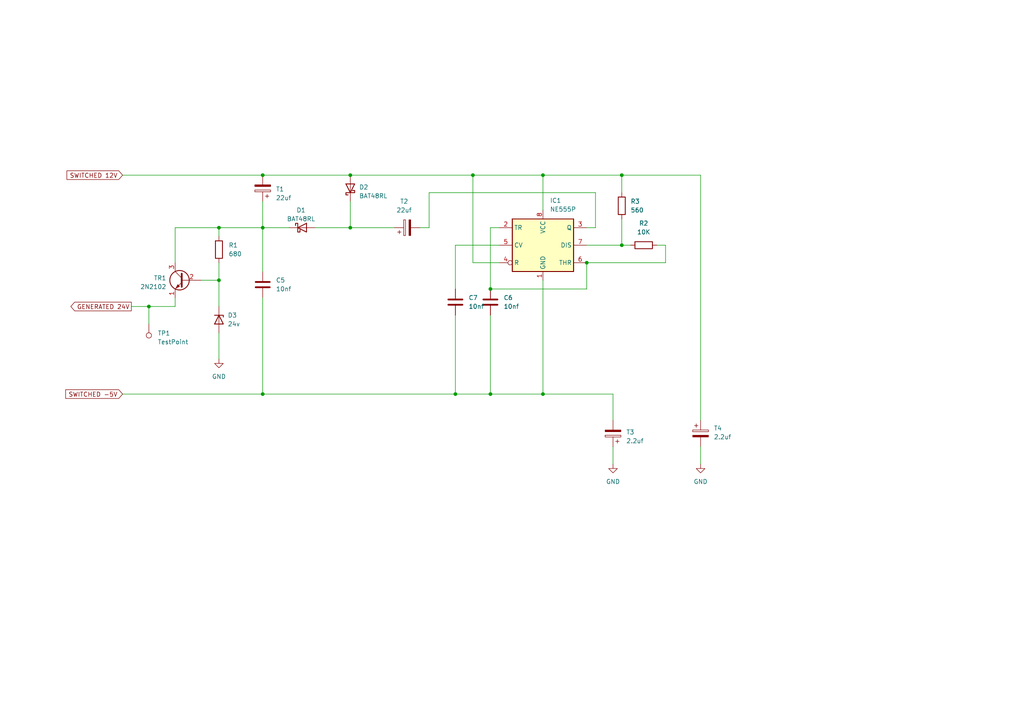
<source format=kicad_sch>
(kicad_sch (version 20230121) (generator eeschema)
  (paper "A4")
  (title_block (title "EPROM Burner 2708 / 2716") (date "2023-06-18") (rev "1.2"))
  (lib_symbols
    (symbol "80bus:2N2102" (pin_names (offset 0) hide)
      (property "Reference" "Q" (at 5.08 1.905 0))
      (property "Value" "2N2102" (at 5.08 0 0))
      (symbol "2N2102_0_1"
        (polyline (pts (xy 0.635 0.635) (xy 2.54 2.54)))
        (polyline (pts (xy 0.635 -0.635) (xy 2.54 -2.54) (xy 2.54 -2.54)))
        (polyline (pts (xy 0.635 1.905) (xy 0.635 -1.905) (xy 0.635 -1.905)) (stroke (width 0.508)))
        (polyline (pts (xy 1.27 -1.778) (xy 1.778 -1.27) (xy 2.286 -2.286) (xy 1.27 -1.778) (xy 1.27 -1.778)) (fill (type outline)))
        (circle (center 1.27 0) (radius 2.8194) (stroke (width 0.254)))
      )
      (symbol "2N2102_1_1"
        (pin passive line (at 2.54 -5.08 90) (length 2.54) (name "E") (number "1"))
        (pin passive line (at -5.08 0 0) (length 5.715) (name "B") (number "2"))
        (pin passive line (at 2.54 5.08 270) (length 2.54) (name "C") (number "3"))
      )
    )
    (symbol "Connector:TestPoint" (pin_numbers hide) (pin_names (offset 0.762) hide)
      (property "Reference" "TP" (at 0 6.858 0))
      (property "Value" "TestPoint" (at 0 5.08 0))
      (symbol "TestPoint_0_1"
        (circle (center 0 3.302) (radius 0.762))
      )
      (symbol "TestPoint_1_1"
        (pin passive line (at 0 0 90) (length 2.54) (name "1") (number "1"))
      )
    )
    (symbol "Device:C" (pin_numbers hide) (pin_names (offset 0.254))
      (property "Reference" "C" (at 0.635 2.54 0))
      (property "Value" "C" (at 0.635 -2.54 0))
      (symbol "C_0_1"
        (polyline (pts (xy -2.032 -0.762) (xy 2.032 -0.762)) (stroke (width 0.508)))
        (polyline (pts (xy -2.032 0.762) (xy 2.032 0.762)) (stroke (width 0.508)))
      )
      (symbol "C_1_1"
        (pin passive line (at 0 3.81 270) (length 2.794) (name "~") (number "1"))
        (pin passive line (at 0 -3.81 90) (length 2.794) (name "~") (number "2"))
      )
    )
    (symbol "Device:C_Polarized" (pin_numbers hide) (pin_names (offset 0.254))
      (property "Reference" "C" (at 0.635 2.54 0))
      (property "Value" "C_Polarized" (at 0.635 -2.54 0))
      (symbol "C_Polarized_0_1"
        (rectangle (start -2.286 0.508) (end 2.286 1.016))
        (polyline (pts (xy -1.778 2.286) (xy -0.762 2.286)))
        (polyline (pts (xy -1.27 2.794) (xy -1.27 1.778)))
        (rectangle (start 2.286 -0.508) (end -2.286 -1.016) (fill (type outline)))
      )
      (symbol "C_Polarized_1_1"
        (pin passive line (at 0 3.81 270) (length 2.794) (name "~") (number "1"))
        (pin passive line (at 0 -3.81 90) (length 2.794) (name "~") (number "2"))
      )
    )
    (symbol "Device:D_Zener" (pin_numbers hide) (pin_names (offset 1.016) hide)
      (property "Reference" "D" (at 0 2.54 0))
      (property "Value" "D_Zener" (at 0 -2.54 0))
      (symbol "D_Zener_0_1"
        (polyline (pts (xy 1.27 0) (xy -1.27 0)))
        (polyline (pts (xy -1.27 -1.27) (xy -1.27 1.27) (xy -0.762 1.27)) (stroke (width 0.254)))
        (polyline (pts (xy 1.27 -1.27) (xy 1.27 1.27) (xy -1.27 0) (xy 1.27 -1.27)) (stroke (width 0.254)))
      )
      (symbol "D_Zener_1_1"
        (pin passive line (at -3.81 0 0) (length 2.54) (name "K") (number "1"))
        (pin passive line (at 3.81 0 180) (length 2.54) (name "A") (number "2"))
      )
    )
    (symbol "Device:R" (pin_numbers hide) (pin_names (offset 0))
      (property "Reference" "R" (at 2.032 0 90))
      (property "Value" "R" (at 0 0 90))
      (symbol "R_0_1"
        (rectangle (start -1.016 -2.54) (end 1.016 2.54) (stroke (width 0.254)))
      )
      (symbol "R_1_1"
        (pin passive line (at 0 3.81 270) (length 1.27) (name "~") (number "1"))
        (pin passive line (at 0 -3.81 90) (length 1.27) (name "~") (number "2"))
      )
    )
    (symbol "Diode:BAT48RL" (pin_numbers hide) (pin_names (offset 1.016) hide)
      (property "Reference" "D" (at 0 2.54 0))
      (property "Value" "BAT48RL" (at 0 -2.54 0))
      (symbol "BAT48RL_0_1"
        (polyline (pts (xy 1.27 0) (xy -1.27 0)))
        (polyline (pts (xy 1.27 1.27) (xy 1.27 -1.27) (xy -1.27 0) (xy 1.27 1.27)) (stroke (width 0.254)))
        (polyline (pts (xy -1.905 0.635) (xy -1.905 1.27) (xy -1.27 1.27) (xy -1.27 -1.27) (xy -0.635 -1.27) (xy -0.635 -0.635)) (stroke (width 0.254)))
      )
      (symbol "BAT48RL_1_1"
        (pin passive line (at -3.81 0 0) (length 2.54) (name "K") (number "1"))
        (pin passive line (at 3.81 0 180) (length 2.54) (name "A") (number "2"))
      )
    )
    (symbol "Timer:NE555P"
      (property "Reference" "U" (at -10.16 8.89 0))
      (property "Value" "NE555P" (at 2.54 8.89 0))
      (symbol "NE555P_0_0"
        (pin power_in line (at 0 -10.16 90) (length 2.54) (name "GND") (number "1"))
        (pin power_in line (at 0 10.16 270) (length 2.54) (name "VCC") (number "8"))
      )
      (symbol "NE555P_0_1"
        (rectangle (start -8.89 -7.62) (end 8.89 7.62) (stroke (width 0.254)) (fill (type background)))
        (rectangle (start -8.89 -7.62) (end 8.89 7.62) (stroke (width 0.254)) (fill (type background)))
      )
      (symbol "NE555P_1_1"
        (pin input line (at -12.7 5.08 0) (length 3.81) (name "TR") (number "2"))
        (pin output line (at 12.7 5.08 180) (length 3.81) (name "Q") (number "3"))
        (pin input inverted (at -12.7 -5.08 0) (length 3.81) (name "R") (number "4"))
        (pin input line (at -12.7 0 0) (length 3.81) (name "CV") (number "5"))
        (pin input line (at 12.7 -5.08 180) (length 3.81) (name "THR") (number "6"))
        (pin input line (at 12.7 0 180) (length 3.81) (name "DIS") (number "7"))
      )
    )
    (symbol "power:GND" (power) (pin_names (offset 0))
      (property "Value" "GND" (at 0 -3.81 0))
      (symbol "GND_0_1"
        (polyline (pts (xy 0 0) (xy 0 -1.27) (xy 1.27 -1.27) (xy 0 -2.54) (xy -1.27 -1.27) (xy 0 -1.27)))
      )
      (symbol "GND_1_1"
        (pin power_in line (at 0 0 270) (length 0) hide (name "GND") (number "1"))
      )
    )
  )
  (junction (at 170.18 76.2))
  (junction (at 101.6 66.04))
  (junction (at 142.24 114.3))
  (junction (at 180.34 50.8))
  (junction (at 76.2 114.3))
  (junction (at 157.48 114.3))
  (junction (at 137.16 50.8))
  (junction (at 180.34 71.12))
  (junction (at 43.18 88.9))
  (junction (at 157.48 50.8))
  (junction (at 63.5 81.28))
  (junction (at 101.6 50.8))
  (junction (at 63.5 66.04))
  (junction (at 132.08 114.3))
  (junction (at 142.24 83.82))
  (junction (at 76.2 66.04))
  (junction (at 76.2 50.8))
  (wire (pts (xy 180.34 71.12) (xy 182.88 71.12)))
  (wire (pts (xy 157.48 81.28) (xy 157.48 114.3)))
  (wire (pts (xy 63.5 66.04) (xy 76.2 66.04)))
  (wire (pts (xy 63.5 66.04) (xy 63.5 68.58)))
  (wire (pts (xy 132.08 71.12) (xy 132.08 83.82)))
  (wire (pts (xy 63.5 96.52) (xy 63.5 104.14)))
  (wire (pts (xy 63.5 81.28) (xy 63.5 88.9)))
  (wire (pts (xy 144.78 71.12) (xy 132.08 71.12)))
  (wire (pts (xy 76.2 86.36) (xy 76.2 114.3)))
  (wire (pts (xy 170.18 71.12) (xy 180.34 71.12)))
  (wire (pts (xy 101.6 50.8) (xy 137.16 50.8)))
  (wire (pts (xy 203.2 50.8) (xy 203.2 121.92)))
  (wire (pts (xy 172.72 66.04) (xy 172.72 55.88)))
  (wire (pts (xy 142.24 91.44) (xy 142.24 114.3)))
  (wire (pts (xy 132.08 91.44) (xy 132.08 114.3)))
  (wire (pts (xy 124.46 55.88) (xy 124.46 66.04)))
  (wire (pts (xy 132.08 114.3) (xy 142.24 114.3)))
  (wire (pts (xy 114.3 66.04) (xy 101.6 66.04)))
  (wire (pts (xy 50.8 86.36) (xy 50.8 88.9)))
  (wire (pts (xy 203.2 129.54) (xy 203.2 134.62)))
  (wire (pts (xy 180.34 71.12) (xy 180.34 63.5)))
  (wire (pts (xy 35.56 50.8) (xy 76.2 50.8)))
  (wire (pts (xy 170.18 66.04) (xy 172.72 66.04)))
  (wire (pts (xy 76.2 66.04) (xy 76.2 78.74)))
  (wire (pts (xy 157.48 114.3) (xy 177.8 114.3)))
  (wire (pts (xy 142.24 66.04) (xy 142.24 83.82)))
  (wire (pts (xy 193.04 71.12) (xy 193.04 76.2)))
  (wire (pts (xy 157.48 50.8) (xy 157.48 60.96)))
  (wire (pts (xy 76.2 66.04) (xy 83.82 66.04)))
  (wire (pts (xy 76.2 50.8) (xy 101.6 50.8)))
  (wire (pts (xy 142.24 114.3) (xy 157.48 114.3)))
  (wire (pts (xy 101.6 58.42) (xy 101.6 66.04)))
  (wire (pts (xy 50.8 88.9) (xy 43.18 88.9)))
  (wire (pts (xy 180.34 50.8) (xy 180.34 55.88)))
  (wire (pts (xy 177.8 114.3) (xy 177.8 121.92)))
  (wire (pts (xy 76.2 114.3) (xy 132.08 114.3)))
  (wire (pts (xy 58.42 81.28) (xy 63.5 81.28)))
  (wire (pts (xy 170.18 76.2) (xy 170.18 83.82)))
  (wire (pts (xy 91.44 66.04) (xy 101.6 66.04)))
  (wire (pts (xy 43.18 88.9) (xy 43.18 93.98)))
  (wire (pts (xy 180.34 50.8) (xy 203.2 50.8)))
  (wire (pts (xy 50.8 76.2) (xy 50.8 66.04)))
  (wire (pts (xy 50.8 66.04) (xy 63.5 66.04)))
  (wire (pts (xy 76.2 58.42) (xy 76.2 66.04)))
  (wire (pts (xy 157.48 50.8) (xy 180.34 50.8)))
  (wire (pts (xy 142.24 83.82) (xy 170.18 83.82)))
  (wire (pts (xy 190.5 71.12) (xy 193.04 71.12)))
  (wire (pts (xy 124.46 66.04) (xy 121.92 66.04)))
  (wire (pts (xy 144.78 66.04) (xy 142.24 66.04)))
  (wire (pts (xy 144.78 76.2) (xy 137.16 76.2)))
  (wire (pts (xy 170.18 76.2) (xy 193.04 76.2)))
  (wire (pts (xy 177.8 129.54) (xy 177.8 134.62)))
  (wire (pts (xy 35.56 114.3) (xy 76.2 114.3)))
  (wire (pts (xy 43.18 88.9) (xy 38.1 88.9)))
  (wire (pts (xy 63.5 76.2) (xy 63.5 81.28)))
  (wire (pts (xy 137.16 50.8) (xy 157.48 50.8)))
  (wire (pts (xy 137.16 50.8) (xy 137.16 76.2)))
  (wire (pts (xy 172.72 55.88) (xy 124.46 55.88)))
  (global_label "GENERATED 24V" (shape output) (at 38.1 88.9 180) (property "Intersheetrefs" "${INTERSHEET_REFS}" (effects hide)))
  (global_label "SWITCHED 12V" (shape input) (at 35.56 50.8 180) (property "Intersheetrefs" "${INTERSHEET_REFS}" (effects hide)))
  (global_label "SWITCHED -5V" (shape input) (at 35.56 114.3 180) (property "Intersheetrefs" "${INTERSHEET_REFS}" (effects hide)))
  (symbol (lib_id "Device:R") (at 63.5 72.39 0) (unit 1)
    (property "Reference" "R1" (at 66.294 71.1199 0) (effects (justify left)))
    (property "Value" "680" (at 66.294 73.6599 0) (effects (justify left)))
    (property "Footprint" "Resistor_THT:R_Axial_DIN0309_L9.0mm_D3.2mm_P12.70mm_Horizontal" (effects hide))
  )
  (symbol (lib_id "power:GND") (at 203.2 134.62 0) (unit 1)
    (property "Reference" "#PWR0103" (effects hide))
    (property "Value" "GND" (at 203.2 139.7 0))
  )
  (symbol (lib_id "Device:C") (at 142.24 87.63 0) (unit 1)
    (property "Reference" "C6" (at 146.05 86.3599 0) (effects (justify left)))
    (property "Value" "10nf" (at 146.05 88.8999 0) (effects (justify left)))
    (property "Footprint" "Capacitor_THT:C_Disc_D5.0mm_W2.5mm_P5.00mm" (effects hide))
  )
  (symbol (lib_id "Diode:BAT48RL") (at 87.63 66.04 0) (unit 1)
    (property "Reference" "D1" (at 87.3125 60.96 0))
    (property "Value" "BAT48RL" (at 87.3125 63.5 0))
    (property "Footprint" "Diode_THT:D_DO-41_SOD81_P12.70mm_Horizontal" (effects hide))
    (property "Datasheet" "www.st.com/resource/en/datasheet/bat48.pdf" (effects hide))
  )
  (symbol (lib_id "Device:R") (at 180.34 59.69 0) (unit 1)
    (property "Reference" "R3" (at 182.88 58.4199 0) (effects (justify left)))
    (property "Value" "560" (at 182.88 60.9599 0) (effects (justify left)))
    (property "Footprint" "Resistor_THT:R_Axial_DIN0309_L9.0mm_D3.2mm_P12.70mm_Horizontal" (effects hide))
  )
  (symbol (lib_id "power:GND") (at 177.8 134.62 0) (unit 1)
    (property "Reference" "#PWR0102" (effects hide))
    (property "Value" "GND" (at 177.8 139.7 0))
  )
  (symbol (lib_id "Device:C_Polarized") (at 203.2 125.73 0) (unit 1)
    (property "Reference" "T4" (at 207.01 124.206 0) (effects (justify left)))
    (property "Value" "2.2uf" (at 207.01 126.746 0) (effects (justify left)))
    (property "Footprint" "Capacitor_THT:C_Disc_D5.0mm_W2.5mm_P5.00mm" (effects hide))
  )
  (symbol (lib_id "Device:C") (at 132.08 87.63 0) (unit 1)
    (property "Reference" "C7" (at 135.89 86.3599 0) (effects (justify left)))
    (property "Value" "10nf" (at 135.89 88.8999 0) (effects (justify left)))
    (property "Footprint" "Capacitor_THT:C_Disc_D5.0mm_W2.5mm_P5.00mm" (effects hide))
  )
  (symbol (lib_id "Device:D_Zener") (at 63.5 92.71 270) (unit 1)
    (property "Reference" "D3" (at 66.04 91.4399 90) (effects (justify left)))
    (property "Value" "24v" (at 66.04 93.9799 90) (effects (justify left)))
    (property "Footprint" "Diode_THT:D_DO-41_SOD81_P12.70mm_Horizontal" (effects hide))
  )
  (symbol (lib_id "Connector:TestPoint") (at 43.18 93.98 180) (unit 1)
    (property "Reference" "TP1" (at 45.72 96.647 0) (effects (justify right)))
    (property "Value" "TestPoint" (at 45.72 99.187 0) (effects (justify right)))
    (property "Footprint" "TestPoint:TestPoint_THTPad_2.0x2.0mm_Drill1.0mm" (effects hide))
  )
  (symbol (lib_id "Device:C_Polarized") (at 76.2 54.61 180) (unit 1)
    (property "Reference" "T1" (at 80.01 54.864 0) (effects (justify right)))
    (property "Value" "22uf" (at 80.01 57.404 0) (effects (justify right)))
    (property "Footprint" "Capacitor_THT:C_Disc_D5.0mm_W2.5mm_P5.00mm" (effects hide))
  )
  (symbol (lib_id "Diode:BAT48RL") (at 101.6 54.61 90) (unit 1)
    (property "Reference" "D2" (at 104.14 54.2925 90) (effects (justify right)))
    (property "Value" "BAT48RL" (at 104.14 56.8325 90) (effects (justify right)))
    (property "Footprint" "Diode_THT:D_DO-41_SOD81_P12.70mm_Horizontal" (effects hide))
    (property "Datasheet" "www.st.com/resource/en/datasheet/bat48.pdf" (effects hide))
  )
  (symbol (lib_id "Device:C") (at 76.2 82.55 0) (unit 1)
    (property "Reference" "C5" (at 80.01 81.2799 0) (effects (justify left)))
    (property "Value" "10nf" (at 80.01 83.8199 0) (effects (justify left)))
    (property "Footprint" "Capacitor_THT:C_Disc_D5.0mm_W2.5mm_P5.00mm" (effects hide))
  )
  (symbol (lib_id "power:GND") (at 63.5 104.14 0) (unit 1)
    (property "Reference" "#PWR0101" (effects hide))
    (property "Value" "GND" (at 63.5 109.22 0))
  )
  (symbol (lib_id "Device:C_Polarized") (at 177.8 125.73 180) (unit 1)
    (property "Reference" "T3" (at 181.61 125.3489 0) (effects (justify right)))
    (property "Value" "2.2uf" (at 181.61 127.8889 0) (effects (justify right)))
    (property "Footprint" "Capacitor_THT:C_Disc_D5.0mm_W2.5mm_P5.00mm" (effects hide))
  )
  (symbol (lib_id "Device:C_Polarized") (at 118.11 66.04 90) (unit 1)
    (property "Reference" "T2" (at 117.221 58.42 90))
    (property "Value" "22uf" (at 117.221 60.96 90))
    (property "Footprint" "Capacitor_THT:C_Disc_D5.0mm_W2.5mm_P5.00mm" (effects hide))
  )
  (symbol (lib_id "Timer:NE555P") (at 157.48 71.12 0) (unit 1)
    (property "Reference" "IC1" (at 159.4994 58.166 0) (effects (justify left)))
    (property "Value" "NE555P" (at 159.4994 60.706 0) (effects (justify left)))
    (property "Footprint" "Package_DIP:DIP-8_W7.62mm" (effects hide))
    (property "Datasheet" "http://www.ti.com/lit/ds/symlink/ne555.pdf" (effects hide))
  )
  (symbol (lib_id "80bus:2N2102") (at 53.34 81.28 0) (mirror y) (unit 1)
    (property "Reference" "TR1" (at 48.26 80.645 0) (effects (justify left)))
    (property "Value" "2N2102" (at 48.26 83.185 0) (effects (justify left)))
    (property "Footprint" "Package_TO_SOT_THT:TO-39-3" (effects hide))
    (property "Datasheet" "http://www.onsemi.com/pub_link/Collateral/2N2102-D.PDF" (effects hide))
  )
  (symbol (lib_id "Device:R") (at 186.69 71.12 90) (unit 1)
    (property "Reference" "R2" (at 186.69 64.77 90))
    (property "Value" "10K" (at 186.69 67.31 90))
    (property "Footprint" "Resistor_THT:R_Axial_DIN0309_L9.0mm_D3.2mm_P12.70mm_Horizontal" (effects hide))
  )
)
</source>
